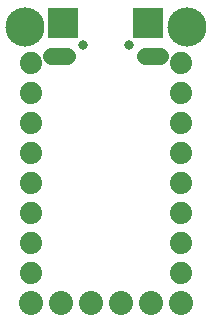
<source format=gbr>
G04 EAGLE Gerber RS-274X export*
G75*
%MOMM*%
%FSLAX34Y34*%
%LPD*%
%INSoldermask Bottom*%
%IPPOS*%
%AMOC8*
5,1,8,0,0,1.08239X$1,22.5*%
G01*
%ADD10C,0.801600*%
%ADD11R,2.601600X2.601600*%
%ADD12C,1.409600*%
%ADD13C,2.032000*%
%ADD14C,1.879600*%
%ADD15C,3.317600*%


D10*
X108400Y243840D03*
X69400Y243840D03*
D11*
X52900Y262840D03*
X124900Y262840D03*
D12*
X121900Y234840D02*
X134980Y234840D01*
X55900Y234840D02*
X42820Y234840D01*
D13*
X25400Y25400D03*
X50800Y25400D03*
X76200Y25400D03*
X101600Y25400D03*
X127000Y25400D03*
X152400Y25400D03*
D14*
X25400Y228600D03*
X25400Y203200D03*
X25400Y177800D03*
X25400Y152400D03*
X25400Y127000D03*
X25400Y101600D03*
X25400Y76200D03*
X25400Y50800D03*
X152400Y50800D03*
X152400Y76200D03*
X152400Y101600D03*
X152400Y127000D03*
X152400Y152400D03*
X152400Y177800D03*
X152400Y203200D03*
X152400Y228600D03*
D15*
X157480Y259080D03*
X20320Y259080D03*
M02*

</source>
